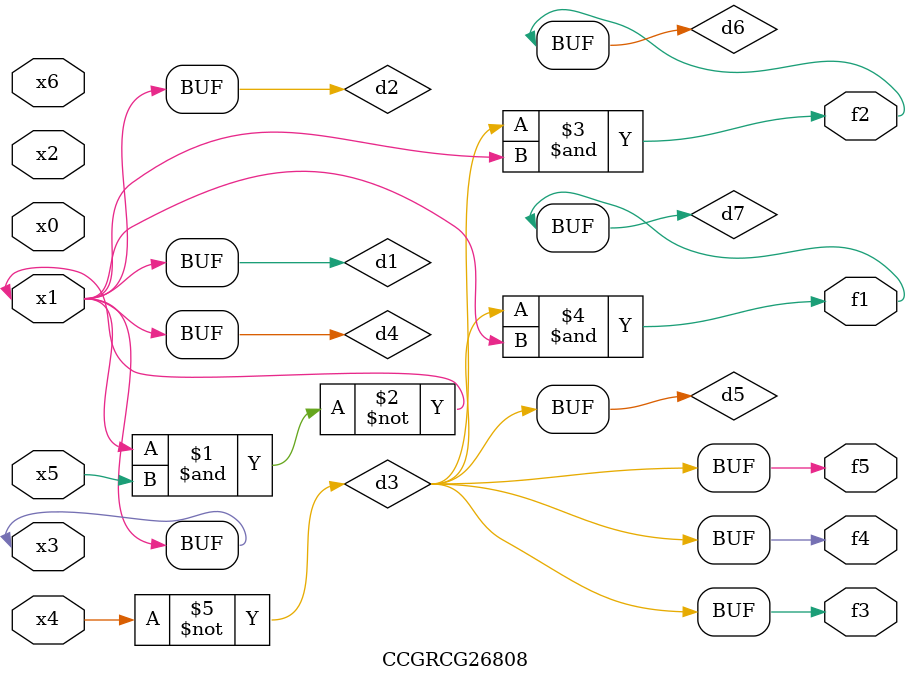
<source format=v>
module CCGRCG26808(
	input x0, x1, x2, x3, x4, x5, x6,
	output f1, f2, f3, f4, f5
);

	wire d1, d2, d3, d4, d5, d6, d7;

	buf (d1, x1, x3);
	nand (d2, x1, x5);
	not (d3, x4);
	buf (d4, d1, d2);
	buf (d5, d3);
	and (d6, d3, d4);
	and (d7, d3, d4);
	assign f1 = d7;
	assign f2 = d6;
	assign f3 = d5;
	assign f4 = d5;
	assign f5 = d5;
endmodule

</source>
